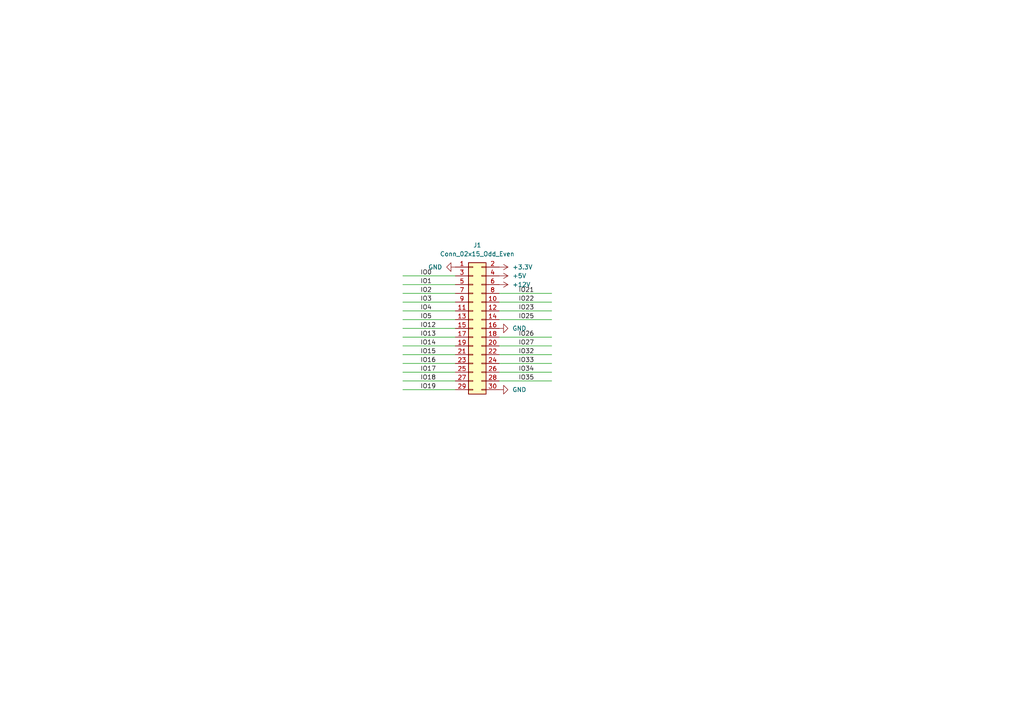
<source format=kicad_sch>
(kicad_sch (version 20231120) (generator "eeschema") (generator_version "8.0")
  (paper "A4")
  (lib_symbols
    (symbol "Connector_Generic:Conn_02x15_Odd_Even" (pin_names (offset 1.016) hide)
      (property "Reference" "J" (at 1.27 20.32 0))
      (property "Value" "Conn_02x15_Odd_Even" (at 1.27 -20.32 0))
      (symbol "Conn_02x15_Odd_Even_1_1"
        (rectangle (start -1.27 -17.653) (end 0 -17.907) (stroke (width 0.1524)))
        (rectangle (start -1.27 -15.113) (end 0 -15.367) (stroke (width 0.1524)))
        (rectangle (start -1.27 -12.573) (end 0 -12.827) (stroke (width 0.1524)))
        (rectangle (start -1.27 -10.033) (end 0 -10.287) (stroke (width 0.1524)))
        (rectangle (start -1.27 -7.493) (end 0 -7.747) (stroke (width 0.1524)))
        (rectangle (start -1.27 -4.953) (end 0 -5.207) (stroke (width 0.1524)))
        (rectangle (start -1.27 -2.413) (end 0 -2.667) (stroke (width 0.1524)))
        (rectangle (start -1.27 0.127) (end 0 -0.127) (stroke (width 0.1524)))
        (rectangle (start -1.27 2.667) (end 0 2.413) (stroke (width 0.1524)))
        (rectangle (start -1.27 5.207) (end 0 4.953) (stroke (width 0.1524)))
        (rectangle (start -1.27 7.747) (end 0 7.493) (stroke (width 0.1524)))
        (rectangle (start -1.27 10.287) (end 0 10.033) (stroke (width 0.1524)))
        (rectangle (start -1.27 12.827) (end 0 12.573) (stroke (width 0.1524)))
        (rectangle (start -1.27 15.367) (end 0 15.113) (stroke (width 0.1524)))
        (rectangle (start -1.27 17.907) (end 0 17.653) (stroke (width 0.1524)))
        (rectangle (start -1.27 19.05) (end 3.81 -19.05) (stroke (width 0.254)) (fill (type background)))
        (rectangle (start 3.81 -17.653) (end 2.54 -17.907) (stroke (width 0.1524)))
        (rectangle (start 3.81 -15.113) (end 2.54 -15.367) (stroke (width 0.1524)))
        (rectangle (start 3.81 -12.573) (end 2.54 -12.827) (stroke (width 0.1524)))
        (rectangle (start 3.81 -10.033) (end 2.54 -10.287) (stroke (width 0.1524)))
        (rectangle (start 3.81 -7.493) (end 2.54 -7.747) (stroke (width 0.1524)))
        (rectangle (start 3.81 -4.953) (end 2.54 -5.207) (stroke (width 0.1524)))
        (rectangle (start 3.81 -2.413) (end 2.54 -2.667) (stroke (width 0.1524)))
        (rectangle (start 3.81 0.127) (end 2.54 -0.127) (stroke (width 0.1524)))
        (rectangle (start 3.81 2.667) (end 2.54 2.413) (stroke (width 0.1524)))
        (rectangle (start 3.81 5.207) (end 2.54 4.953) (stroke (width 0.1524)))
        (rectangle (start 3.81 7.747) (end 2.54 7.493) (stroke (width 0.1524)))
        (rectangle (start 3.81 10.287) (end 2.54 10.033) (stroke (width 0.1524)))
        (rectangle (start 3.81 12.827) (end 2.54 12.573) (stroke (width 0.1524)))
        (rectangle (start 3.81 15.367) (end 2.54 15.113) (stroke (width 0.1524)))
        (rectangle (start 3.81 17.907) (end 2.54 17.653) (stroke (width 0.1524)))
        (pin passive line (at -5.08 17.78 0) (length 3.81) (name "Pin_1") (number "1"))
        (pin passive line (at 7.62 7.62 180) (length 3.81) (name "Pin_10") (number "10"))
        (pin passive line (at -5.08 5.08 0) (length 3.81) (name "Pin_11") (number "11"))
        (pin passive line (at 7.62 5.08 180) (length 3.81) (name "Pin_12") (number "12"))
        (pin passive line (at -5.08 2.54 0) (length 3.81) (name "Pin_13") (number "13"))
        (pin passive line (at 7.62 2.54 180) (length 3.81) (name "Pin_14") (number "14"))
        (pin passive line (at -5.08 0 0) (length 3.81) (name "Pin_15") (number "15"))
        (pin passive line (at 7.62 0 180) (length 3.81) (name "Pin_16") (number "16"))
        (pin passive line (at -5.08 -2.54 0) (length 3.81) (name "Pin_17") (number "17"))
        (pin passive line (at 7.62 -2.54 180) (length 3.81) (name "Pin_18") (number "18"))
        (pin passive line (at -5.08 -5.08 0) (length 3.81) (name "Pin_19") (number "19"))
        (pin passive line (at 7.62 17.78 180) (length 3.81) (name "Pin_2") (number "2"))
        (pin passive line (at 7.62 -5.08 180) (length 3.81) (name "Pin_20") (number "20"))
        (pin passive line (at -5.08 -7.62 0) (length 3.81) (name "Pin_21") (number "21"))
        (pin passive line (at 7.62 -7.62 180) (length 3.81) (name "Pin_22") (number "22"))
        (pin passive line (at -5.08 -10.16 0) (length 3.81) (name "Pin_23") (number "23"))
        (pin passive line (at 7.62 -10.16 180) (length 3.81) (name "Pin_24") (number "24"))
        (pin passive line (at -5.08 -12.7 0) (length 3.81) (name "Pin_25") (number "25"))
        (pin passive line (at 7.62 -12.7 180) (length 3.81) (name "Pin_26") (number "26"))
        (pin passive line (at -5.08 -15.24 0) (length 3.81) (name "Pin_27") (number "27"))
        (pin passive line (at 7.62 -15.24 180) (length 3.81) (name "Pin_28") (number "28"))
        (pin passive line (at -5.08 -17.78 0) (length 3.81) (name "Pin_29") (number "29"))
        (pin passive line (at -5.08 15.24 0) (length 3.81) (name "Pin_3") (number "3"))
        (pin passive line (at 7.62 -17.78 180) (length 3.81) (name "Pin_30") (number "30"))
        (pin passive line (at 7.62 15.24 180) (length 3.81) (name "Pin_4") (number "4"))
        (pin passive line (at -5.08 12.7 0) (length 3.81) (name "Pin_5") (number "5"))
        (pin passive line (at 7.62 12.7 180) (length 3.81) (name "Pin_6") (number "6"))
        (pin passive line (at -5.08 10.16 0) (length 3.81) (name "Pin_7") (number "7"))
        (pin passive line (at 7.62 10.16 180) (length 3.81) (name "Pin_8") (number "8"))
        (pin passive line (at -5.08 7.62 0) (length 3.81) (name "Pin_9") (number "9"))
      )
    )
    (symbol "power:+12V" (power) (pin_names (offset 0))
      (property "Value" "+12V" (at 0 3.556 0))
      (symbol "+12V_0_1"
        (polyline (pts (xy -0.762 1.27) (xy 0 2.54)))
        (polyline (pts (xy 0 0) (xy 0 2.54)))
        (polyline (pts (xy 0 2.54) (xy 0.762 1.27)))
      )
      (symbol "+12V_1_1"
        (pin power_in line (at 0 0 90) (length 0) hide (name "+12V") (number "1"))
      )
    )
    (symbol "power:+3.3V" (power) (pin_names (offset 0))
      (property "Value" "+3.3V" (at 0 3.556 0))
      (symbol "+3.3V_0_1"
        (polyline (pts (xy -0.762 1.27) (xy 0 2.54)))
        (polyline (pts (xy 0 0) (xy 0 2.54)))
        (polyline (pts (xy 0 2.54) (xy 0.762 1.27)))
      )
      (symbol "+3.3V_1_1"
        (pin power_in line (at 0 0 90) (length 0) hide (name "+3.3V") (number "1"))
      )
    )
    (symbol "power:+5V" (power) (pin_names (offset 0))
      (property "Value" "+5V" (at 0 3.556 0))
      (symbol "+5V_0_1"
        (polyline (pts (xy -0.762 1.27) (xy 0 2.54)))
        (polyline (pts (xy 0 0) (xy 0 2.54)))
        (polyline (pts (xy 0 2.54) (xy 0.762 1.27)))
      )
      (symbol "+5V_1_1"
        (pin power_in line (at 0 0 90) (length 0) hide (name "+5V") (number "1"))
      )
    )
    (symbol "power:GND" (power) (pin_names (offset 0))
      (property "Value" "GND" (at 0 -3.81 0))
      (symbol "GND_0_1"
        (polyline (pts (xy 0 0) (xy 0 -1.27) (xy 1.27 -1.27) (xy 0 -2.54) (xy -1.27 -1.27) (xy 0 -1.27)))
      )
      (symbol "GND_1_1"
        (pin power_in line (at 0 0 270) (length 0) hide (name "GND") (number "1"))
      )
    )
  )
  (wire (pts (xy 116.84 80.01) (xy 132.08 80.01)))
  (wire (pts (xy 160.02 97.79) (xy 144.78 97.79)))
  (wire (pts (xy 116.84 85.09) (xy 132.08 85.09)))
  (wire (pts (xy 116.84 90.17) (xy 132.08 90.17)))
  (wire (pts (xy 160.02 105.41) (xy 144.78 105.41)))
  (wire (pts (xy 116.84 100.33) (xy 132.08 100.33)))
  (wire (pts (xy 160.02 100.33) (xy 144.78 100.33)))
  (wire (pts (xy 160.02 110.49) (xy 144.78 110.49)))
  (wire (pts (xy 116.84 95.25) (xy 132.08 95.25)))
  (wire (pts (xy 116.84 102.87) (xy 132.08 102.87)))
  (wire (pts (xy 116.84 105.41) (xy 132.08 105.41)))
  (wire (pts (xy 116.84 113.03) (xy 132.08 113.03)))
  (wire (pts (xy 116.84 92.71) (xy 132.08 92.71)))
  (wire (pts (xy 116.84 97.79) (xy 132.08 97.79)))
  (wire (pts (xy 160.02 90.17) (xy 144.78 90.17)))
  (wire (pts (xy 160.02 107.95) (xy 144.78 107.95)))
  (wire (pts (xy 116.84 82.55) (xy 132.08 82.55)))
  (wire (pts (xy 116.84 107.95) (xy 132.08 107.95)))
  (wire (pts (xy 160.02 102.87) (xy 144.78 102.87)))
  (wire (pts (xy 160.02 87.63) (xy 144.78 87.63)))
  (wire (pts (xy 160.02 85.09) (xy 144.78 85.09)))
  (wire (pts (xy 160.02 92.71) (xy 144.78 92.71)))
  (wire (pts (xy 116.84 110.49) (xy 132.08 110.49)))
  (wire (pts (xy 116.84 87.63) (xy 132.08 87.63)))
  (label "IO35" (at 154.94 110.49 180))
  (label "IO2" (at 121.92 85.09 0))
  (label "IO26" (at 154.94 97.79 180))
  (label "IO4" (at 121.92 90.17 0))
  (label "IO34" (at 154.94 107.95 180))
  (label "IO0" (at 121.92 80.01 0))
  (label "IO5" (at 121.92 92.71 0))
  (label "IO33" (at 154.94 105.41 180))
  (label "IO1" (at 121.92 82.55 0))
  (label "IO15" (at 121.92 102.87 0))
  (label "IO13" (at 121.92 97.79 0))
  (label "IO18" (at 121.92 110.49 0))
  (label "IO17" (at 121.92 107.95 0))
  (label "IO14" (at 121.92 100.33 0))
  (label "IO16" (at 121.92 105.41 0))
  (label "IO22" (at 154.94 87.63 180))
  (label "IO32" (at 154.94 102.87 180))
  (label "IO23" (at 154.94 90.17 180))
  (label "IO21" (at 154.94 85.09 180))
  (label "IO25" (at 154.94 92.71 180))
  (label "IO27" (at 154.94 100.33 180))
  (label "IO3" (at 121.92 87.63 0))
  (label "IO12" (at 121.92 95.25 0))
  (label "IO19" (at 121.92 113.03 0))
  (symbol (lib_id "power:+3.3V") (at 144.78 77.47 270) (unit 1)
    (property "Reference" "#PWR02" (effects (hide yes)))
    (property "Value" "+3.3V" (at 148.59 77.47 90) (effects (justify left)))
  )
  (symbol (lib_id "power:+5V") (at 144.78 80.01 270) (unit 1)
    (property "Reference" "#PWR03" (effects (hide yes)))
    (property "Value" "+5V" (at 148.59 80.01 90) (effects (justify left)))
  )
  (symbol (lib_id "Connector_Generic:Conn_02x15_Odd_Even") (at 137.16 95.25 0) (unit 1) (in_bom no)
    (property "Reference" "J1" (at 138.43 71.12 0))
    (property "Value" "Conn_02x15_Odd_Even" (at 138.43 73.66 0))
    (property "Footprint" "Connector_PinHeader_2.54mm:PinHeader_2x15_P2.54mm_Vertical" (effects (hide yes)))
    (property "LCSC part#" "C132129" (effects (hide yes)))
  )
  (symbol (lib_id "power:GND") (at 132.08 77.47 270) (unit 1)
    (property "Reference" "#PWR01" (effects (hide yes)))
    (property "Value" "GND" (at 128.27 77.47 90) (effects (justify right)))
  )
  (symbol (lib_id "power:GND") (at 144.78 95.25 90) (mirror x) (unit 1)
    (property "Reference" "#PWR05" (effects (hide yes)))
    (property "Value" "GND" (at 148.59 95.25 90) (effects (justify right)))
  )
  (symbol (lib_id "power:GND") (at 144.78 113.03 90) (unit 1)
    (property "Reference" "#PWR06" (effects (hide yes)))
    (property "Value" "GND" (at 148.59 113.03 90) (effects (justify right)))
  )
  (symbol (lib_id "power:+12V") (at 144.78 82.55 270) (unit 1)
    (property "Reference" "#PWR04" (effects (hide yes)))
    (property "Value" "+12V" (at 148.59 82.55 90) (effects (justify left)))
  )
)
</source>
